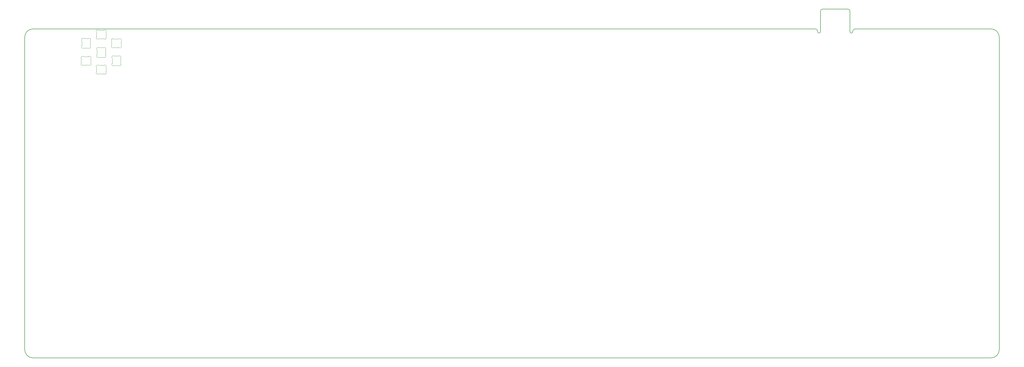
<source format=gbr>
%TF.GenerationSoftware,KiCad,Pcbnew,(6.0.6)*%
%TF.CreationDate,2023-03-24T22:01:14+11:00*%
%TF.ProjectId,fuyu,66757975-2e6b-4696-9361-645f70636258,rev?*%
%TF.SameCoordinates,Original*%
%TF.FileFunction,Profile,NP*%
%FSLAX46Y46*%
G04 Gerber Fmt 4.6, Leading zero omitted, Abs format (unit mm)*
G04 Created by KiCad (PCBNEW (6.0.6)) date 2023-03-24 22:01:14*
%MOMM*%
%LPD*%
G01*
G04 APERTURE LIST*
%TA.AperFunction,Profile*%
%ADD10C,0.200000*%
%TD*%
%TA.AperFunction,Profile*%
%ADD11C,0.100000*%
%TD*%
G04 APERTURE END LIST*
D10*
X272406288Y7025001D02*
G75*
G03*
X271406250Y8025000I-1000000J-1D01*
G01*
X283806326Y7025002D02*
G75*
G03*
X284806250Y7025001I499962J-2D01*
G01*
X333637500Y-108537512D02*
G75*
G03*
X336637500Y-105537500I-12J3000012D01*
G01*
X336637488Y5025000D02*
G75*
G03*
X333637500Y8025000I-3000000J0D01*
G01*
X-8025000Y5025000D02*
X-8025000Y-105537500D01*
X-8025012Y-105537500D02*
G75*
G03*
X-5025000Y-108537500I3000000J0D01*
G01*
X-5025000Y-108537500D02*
X333637500Y-108537500D01*
X333637500Y8025000D02*
X285806250Y8025000D01*
X272406250Y7025001D02*
G75*
G03*
X273406250Y7025001I500000J1D01*
G01*
X283106250Y15025000D02*
X274106250Y15025000D01*
X283806288Y14324999D02*
G75*
G03*
X283106250Y15025000I-700000J1D01*
G01*
X273406250Y14325000D02*
X273406250Y7025001D01*
X-5025000Y8024988D02*
G75*
G03*
X-8025000Y5025000I-12J-2999988D01*
G01*
X283806249Y7025002D02*
X283806250Y14324999D01*
X274106250Y15025038D02*
G75*
G03*
X273406250Y14325000I38J-700038D01*
G01*
X285806250Y8025038D02*
G75*
G03*
X284806250Y7025001I38J-1000038D01*
G01*
X271406250Y8025000D02*
X-5025000Y8025000D01*
X336637500Y-105537500D02*
X336637499Y5025000D01*
D11*
%TO.C,LED3*%
X20749999Y6702843D02*
X20749999Y5297159D01*
X18255548Y7500000D02*
X19844453Y7500000D01*
X17350001Y5297159D02*
X17350001Y6702843D01*
X19844452Y4500001D02*
X18255548Y4500001D01*
X18255548Y4500000D02*
G75*
G03*
X18003290Y4431702I2J-500010D01*
G01*
X20749999Y5297159D02*
G75*
G03*
X20799484Y5080281I499990J-2D01*
G01*
X20799484Y6919721D02*
G75*
G03*
X20096711Y7568299I-450514J216878D01*
G01*
X17350013Y6702843D02*
G75*
G03*
X17300516Y6919721I-500513J-143D01*
G01*
X18003289Y7568300D02*
G75*
G03*
X17300516Y6919721I-252259J-431700D01*
G01*
X19844453Y7500000D02*
G75*
G03*
X20096711Y7568299I-3J500009D01*
G01*
X20096711Y4431702D02*
G75*
G03*
X20799484Y5080282I252259J431700D01*
G01*
X18003289Y7568300D02*
G75*
G03*
X18255547Y7500001I252261J431710D01*
G01*
X20799484Y6919721D02*
G75*
G03*
X20749999Y6702844I450505J-216876D01*
G01*
X17300516Y5080281D02*
G75*
G03*
X17350001Y5297158I-450866J216959D01*
G01*
X17300520Y5080279D02*
G75*
G03*
X18003289Y4431704I450510J-216879D01*
G01*
X20096711Y4431702D02*
G75*
G03*
X19844452Y4500001I-252261J-431710D01*
G01*
%TO.C,LED4*%
X12180643Y2105548D02*
X12180643Y3694452D01*
X14383485Y1200001D02*
X12977801Y1200001D01*
X12977801Y4599999D02*
X14383485Y4599999D01*
X15180642Y3694452D02*
X15180642Y2105547D01*
X12760923Y4649484D02*
G75*
G03*
X12977800Y4599999I216959J450866D01*
G01*
X15180642Y2105547D02*
G75*
G03*
X15248941Y1853289I500009J3D01*
G01*
X12112344Y1853289D02*
G75*
G03*
X12760924Y1150516I431700J-252259D01*
G01*
X15248942Y3946711D02*
G75*
G03*
X15180643Y3694453I431710J-252261D01*
G01*
X12977801Y1200001D02*
G75*
G03*
X12760923Y1150516I-2J-499990D01*
G01*
X14600363Y1150516D02*
G75*
G03*
X15248941Y1853289I216878J450514D01*
G01*
X14383485Y4599987D02*
G75*
G03*
X14600363Y4649484I-143J500513D01*
G01*
X14600363Y1150516D02*
G75*
G03*
X14383486Y1200001I-216876J-450505D01*
G01*
X12180642Y3694452D02*
G75*
G03*
X12112344Y3946710I-500010J-2D01*
G01*
X12760921Y4649480D02*
G75*
G03*
X12112346Y3946711I-216879J-450510D01*
G01*
X12112344Y1853289D02*
G75*
G03*
X12180643Y2105548I-431710J252261D01*
G01*
X15248942Y3946711D02*
G75*
G03*
X14600363Y4649484I-431700J252259D01*
G01*
%TO.C,LED5*%
X14475094Y-4799999D02*
X12886190Y-4799999D01*
X12886190Y-1800000D02*
X14475095Y-1800000D01*
X11980643Y-4002841D02*
X11980643Y-2597157D01*
X15380641Y-2597157D02*
X15380641Y-4002841D01*
X12886190Y-4800000D02*
G75*
G03*
X12633932Y-4868298I2J-500010D01*
G01*
X15430126Y-2380279D02*
G75*
G03*
X14727353Y-1731701I-450514J216878D01*
G01*
X14727353Y-4868298D02*
G75*
G03*
X14475094Y-4799999I-252261J-431710D01*
G01*
X15430126Y-2380279D02*
G75*
G03*
X15380641Y-2597156I450505J-216876D01*
G01*
X11980655Y-2597157D02*
G75*
G03*
X11931158Y-2380279I-500513J-143D01*
G01*
X11931158Y-4219719D02*
G75*
G03*
X11980643Y-4002842I-450866J216959D01*
G01*
X14727353Y-4868298D02*
G75*
G03*
X15430126Y-4219718I252259J431700D01*
G01*
X12633931Y-1731700D02*
G75*
G03*
X12886189Y-1799999I252261J431710D01*
G01*
X15380641Y-4002841D02*
G75*
G03*
X15430126Y-4219719I499990J-2D01*
G01*
X14475095Y-1800000D02*
G75*
G03*
X14727353Y-1731701I-3J500009D01*
G01*
X12633931Y-1731700D02*
G75*
G03*
X11931158Y-2380279I-252259J-431700D01*
G01*
X11931162Y-4219721D02*
G75*
G03*
X12633931Y-4868296I450510J-216879D01*
G01*
%TO.C,LED7*%
X23716515Y-1600001D02*
X25122199Y-1600001D01*
X25919357Y-2505548D02*
X25919357Y-4094452D01*
X22919358Y-4094452D02*
X22919358Y-2505547D01*
X25122199Y-4999999D02*
X23716515Y-4999999D01*
X25987656Y-2253289D02*
G75*
G03*
X25339076Y-1550516I-431700J252259D01*
G01*
X25339079Y-5049480D02*
G75*
G03*
X25987654Y-4346711I216879J450510D01*
G01*
X22919358Y-2505547D02*
G75*
G03*
X22851059Y-2253289I-500009J-3D01*
G01*
X25122199Y-1600001D02*
G75*
G03*
X25339077Y-1550516I2J499990D01*
G01*
X25919358Y-4094452D02*
G75*
G03*
X25987656Y-4346710I500010J2D01*
G01*
X22851058Y-4346711D02*
G75*
G03*
X23499637Y-5049484I431700J-252259D01*
G01*
X25987656Y-2253289D02*
G75*
G03*
X25919357Y-2505548I431710J-252261D01*
G01*
X22851058Y-4346711D02*
G75*
G03*
X22919357Y-4094453I-431710J252261D01*
G01*
X23499637Y-1550516D02*
G75*
G03*
X23716514Y-1600001I216876J450505D01*
G01*
X23716515Y-4999987D02*
G75*
G03*
X23499637Y-5049484I143J-500513D01*
G01*
X23499637Y-1550516D02*
G75*
G03*
X22851059Y-2253289I-216878J-450514D01*
G01*
X25339077Y-5049484D02*
G75*
G03*
X25122200Y-4999999I-216959J-450866D01*
G01*
%TO.C,LED1*%
X20550000Y444452D02*
X20550000Y-1144453D01*
X17550001Y-1144452D02*
X17550001Y444452D01*
X19752843Y-2049999D02*
X18347159Y-2049999D01*
X18347159Y1349999D02*
X19752843Y1349999D01*
X17481702Y-1396711D02*
G75*
G03*
X18130282Y-2099484I431700J-252259D01*
G01*
X17550000Y444452D02*
G75*
G03*
X17481702Y696710I-500010J-2D01*
G01*
X19969721Y-2099484D02*
G75*
G03*
X20618299Y-1396711I216878J450514D01*
G01*
X18347159Y-2049999D02*
G75*
G03*
X18130281Y-2099484I-2J-499990D01*
G01*
X20618300Y696711D02*
G75*
G03*
X20550001Y444453I431710J-252261D01*
G01*
X19752843Y1349987D02*
G75*
G03*
X19969721Y1399484I-143J500513D01*
G01*
X20550000Y-1144453D02*
G75*
G03*
X20618299Y-1396711I500009J3D01*
G01*
X18130281Y1399484D02*
G75*
G03*
X18347158Y1349999I216959J450866D01*
G01*
X19969721Y-2099484D02*
G75*
G03*
X19752844Y-2049999I-216876J-450505D01*
G01*
X18130279Y1399480D02*
G75*
G03*
X17481704Y696711I-216879J-450510D01*
G01*
X17481702Y-1396711D02*
G75*
G03*
X17550001Y-1144452I-431710J252261D01*
G01*
X20618300Y696711D02*
G75*
G03*
X19969721Y1399484I-431700J252259D01*
G01*
%TO.C,LED2*%
X22719359Y2197157D02*
X22719359Y3602841D01*
X25213810Y1400000D02*
X23624905Y1400000D01*
X23624906Y4399999D02*
X25213810Y4399999D01*
X26119357Y3602841D02*
X26119357Y2197157D01*
X22719359Y3602841D02*
G75*
G03*
X22669874Y3819719I-499990J2D01*
G01*
X23624905Y1400000D02*
G75*
G03*
X23372647Y1331701I3J-500009D01*
G01*
X22669874Y1980279D02*
G75*
G03*
X23372647Y1331701I450514J-216878D01*
G01*
X22669874Y1980279D02*
G75*
G03*
X22719359Y2197156I-450505J216876D01*
G01*
X23372647Y4468298D02*
G75*
G03*
X22669874Y3819718I-252259J-431700D01*
G01*
X23372647Y4468298D02*
G75*
G03*
X23624906Y4399999I252261J431710D01*
G01*
X25466069Y1331700D02*
G75*
G03*
X25213811Y1399999I-252261J-431710D01*
G01*
X26168842Y3819719D02*
G75*
G03*
X26119357Y3602842I450866J-216959D01*
G01*
X25213810Y4400000D02*
G75*
G03*
X25466068Y4468298I-2J500010D01*
G01*
X26168838Y3819721D02*
G75*
G03*
X25466069Y4468296I-450510J216879D01*
G01*
X25466069Y1331700D02*
G75*
G03*
X26168842Y1980279I252259J431700D01*
G01*
X26119345Y2197157D02*
G75*
G03*
X26168842Y1980279I500513J143D01*
G01*
%TO.C,LED6*%
X19844452Y-7900000D02*
X18255547Y-7900000D01*
X18255548Y-4900001D02*
X19844452Y-4900001D01*
X20749999Y-5697159D02*
X20749999Y-7102843D01*
X17350001Y-7102843D02*
X17350001Y-5697159D01*
X19844452Y-4900000D02*
G75*
G03*
X20096710Y-4831702I-2J500010D01*
G01*
X20799484Y-5480281D02*
G75*
G03*
X20749999Y-5697158I450866J-216959D01*
G01*
X18255547Y-7900000D02*
G75*
G03*
X18003289Y-7968299I3J-500009D01*
G01*
X20096711Y-7968300D02*
G75*
G03*
X19844453Y-7900001I-252261J-431710D01*
G01*
X17300516Y-7319721D02*
G75*
G03*
X18003289Y-7968299I450514J-216878D01*
G01*
X17300516Y-7319721D02*
G75*
G03*
X17350001Y-7102844I-450505J216876D01*
G01*
X18003289Y-4831702D02*
G75*
G03*
X18255548Y-4900001I252261J431710D01*
G01*
X18003289Y-4831702D02*
G75*
G03*
X17300516Y-5480282I-252259J-431700D01*
G01*
X20096711Y-7968300D02*
G75*
G03*
X20799484Y-7319721I252259J431700D01*
G01*
X17350001Y-5697159D02*
G75*
G03*
X17300516Y-5480281I-499990J2D01*
G01*
X20749987Y-7102843D02*
G75*
G03*
X20799484Y-7319721I500513J143D01*
G01*
X20799480Y-5480279D02*
G75*
G03*
X20096711Y-4831704I-450510J216879D01*
G01*
%TD*%
M02*

</source>
